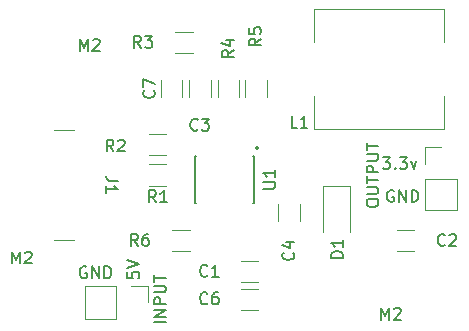
<source format=gbr>
%TF.GenerationSoftware,KiCad,Pcbnew,9.0.4*%
%TF.CreationDate,2025-10-19T21:38:03+02:00*%
%TF.ProjectId,3v-switching-voltage-regulator,33762d73-7769-4746-9368-696e672d766f,rev?*%
%TF.SameCoordinates,Original*%
%TF.FileFunction,Legend,Top*%
%TF.FilePolarity,Positive*%
%FSLAX46Y46*%
G04 Gerber Fmt 4.6, Leading zero omitted, Abs format (unit mm)*
G04 Created by KiCad (PCBNEW 9.0.4) date 2025-10-19 21:38:03*
%MOMM*%
%LPD*%
G01*
G04 APERTURE LIST*
%ADD10C,0.150000*%
%ADD11C,0.120000*%
%ADD12C,0.127000*%
%ADD13C,0.200000*%
G04 APERTURE END LIST*
D10*
X112821429Y-49454819D02*
X113440476Y-49454819D01*
X113440476Y-49454819D02*
X113107143Y-49835771D01*
X113107143Y-49835771D02*
X113250000Y-49835771D01*
X113250000Y-49835771D02*
X113345238Y-49883390D01*
X113345238Y-49883390D02*
X113392857Y-49931009D01*
X113392857Y-49931009D02*
X113440476Y-50026247D01*
X113440476Y-50026247D02*
X113440476Y-50264342D01*
X113440476Y-50264342D02*
X113392857Y-50359580D01*
X113392857Y-50359580D02*
X113345238Y-50407200D01*
X113345238Y-50407200D02*
X113250000Y-50454819D01*
X113250000Y-50454819D02*
X112964286Y-50454819D01*
X112964286Y-50454819D02*
X112869048Y-50407200D01*
X112869048Y-50407200D02*
X112821429Y-50359580D01*
X113869048Y-50359580D02*
X113916667Y-50407200D01*
X113916667Y-50407200D02*
X113869048Y-50454819D01*
X113869048Y-50454819D02*
X113821429Y-50407200D01*
X113821429Y-50407200D02*
X113869048Y-50359580D01*
X113869048Y-50359580D02*
X113869048Y-50454819D01*
X114250000Y-49454819D02*
X114869047Y-49454819D01*
X114869047Y-49454819D02*
X114535714Y-49835771D01*
X114535714Y-49835771D02*
X114678571Y-49835771D01*
X114678571Y-49835771D02*
X114773809Y-49883390D01*
X114773809Y-49883390D02*
X114821428Y-49931009D01*
X114821428Y-49931009D02*
X114869047Y-50026247D01*
X114869047Y-50026247D02*
X114869047Y-50264342D01*
X114869047Y-50264342D02*
X114821428Y-50359580D01*
X114821428Y-50359580D02*
X114773809Y-50407200D01*
X114773809Y-50407200D02*
X114678571Y-50454819D01*
X114678571Y-50454819D02*
X114392857Y-50454819D01*
X114392857Y-50454819D02*
X114297619Y-50407200D01*
X114297619Y-50407200D02*
X114250000Y-50359580D01*
X115202381Y-49788152D02*
X115440476Y-50454819D01*
X115440476Y-50454819D02*
X115678571Y-49788152D01*
X91204819Y-59190476D02*
X91204819Y-59666666D01*
X91204819Y-59666666D02*
X91681009Y-59714285D01*
X91681009Y-59714285D02*
X91633390Y-59666666D01*
X91633390Y-59666666D02*
X91585771Y-59571428D01*
X91585771Y-59571428D02*
X91585771Y-59333333D01*
X91585771Y-59333333D02*
X91633390Y-59238095D01*
X91633390Y-59238095D02*
X91681009Y-59190476D01*
X91681009Y-59190476D02*
X91776247Y-59142857D01*
X91776247Y-59142857D02*
X92014342Y-59142857D01*
X92014342Y-59142857D02*
X92109580Y-59190476D01*
X92109580Y-59190476D02*
X92157200Y-59238095D01*
X92157200Y-59238095D02*
X92204819Y-59333333D01*
X92204819Y-59333333D02*
X92204819Y-59571428D01*
X92204819Y-59571428D02*
X92157200Y-59666666D01*
X92157200Y-59666666D02*
X92109580Y-59714285D01*
X91204819Y-58857142D02*
X92204819Y-58523809D01*
X92204819Y-58523809D02*
X91204819Y-58190476D01*
X111454819Y-53404761D02*
X111454819Y-53214285D01*
X111454819Y-53214285D02*
X111502438Y-53119047D01*
X111502438Y-53119047D02*
X111597676Y-53023809D01*
X111597676Y-53023809D02*
X111788152Y-52976190D01*
X111788152Y-52976190D02*
X112121485Y-52976190D01*
X112121485Y-52976190D02*
X112311961Y-53023809D01*
X112311961Y-53023809D02*
X112407200Y-53119047D01*
X112407200Y-53119047D02*
X112454819Y-53214285D01*
X112454819Y-53214285D02*
X112454819Y-53404761D01*
X112454819Y-53404761D02*
X112407200Y-53499999D01*
X112407200Y-53499999D02*
X112311961Y-53595237D01*
X112311961Y-53595237D02*
X112121485Y-53642856D01*
X112121485Y-53642856D02*
X111788152Y-53642856D01*
X111788152Y-53642856D02*
X111597676Y-53595237D01*
X111597676Y-53595237D02*
X111502438Y-53499999D01*
X111502438Y-53499999D02*
X111454819Y-53404761D01*
X111454819Y-52547618D02*
X112264342Y-52547618D01*
X112264342Y-52547618D02*
X112359580Y-52499999D01*
X112359580Y-52499999D02*
X112407200Y-52452380D01*
X112407200Y-52452380D02*
X112454819Y-52357142D01*
X112454819Y-52357142D02*
X112454819Y-52166666D01*
X112454819Y-52166666D02*
X112407200Y-52071428D01*
X112407200Y-52071428D02*
X112359580Y-52023809D01*
X112359580Y-52023809D02*
X112264342Y-51976190D01*
X112264342Y-51976190D02*
X111454819Y-51976190D01*
X111454819Y-51642856D02*
X111454819Y-51071428D01*
X112454819Y-51357142D02*
X111454819Y-51357142D01*
X112454819Y-50738094D02*
X111454819Y-50738094D01*
X111454819Y-50738094D02*
X111454819Y-50357142D01*
X111454819Y-50357142D02*
X111502438Y-50261904D01*
X111502438Y-50261904D02*
X111550057Y-50214285D01*
X111550057Y-50214285D02*
X111645295Y-50166666D01*
X111645295Y-50166666D02*
X111788152Y-50166666D01*
X111788152Y-50166666D02*
X111883390Y-50214285D01*
X111883390Y-50214285D02*
X111931009Y-50261904D01*
X111931009Y-50261904D02*
X111978628Y-50357142D01*
X111978628Y-50357142D02*
X111978628Y-50738094D01*
X111454819Y-49738094D02*
X112264342Y-49738094D01*
X112264342Y-49738094D02*
X112359580Y-49690475D01*
X112359580Y-49690475D02*
X112407200Y-49642856D01*
X112407200Y-49642856D02*
X112454819Y-49547618D01*
X112454819Y-49547618D02*
X112454819Y-49357142D01*
X112454819Y-49357142D02*
X112407200Y-49261904D01*
X112407200Y-49261904D02*
X112359580Y-49214285D01*
X112359580Y-49214285D02*
X112264342Y-49166666D01*
X112264342Y-49166666D02*
X111454819Y-49166666D01*
X111454819Y-48833332D02*
X111454819Y-48261904D01*
X112454819Y-48547618D02*
X111454819Y-48547618D01*
X87738095Y-58752438D02*
X87642857Y-58704819D01*
X87642857Y-58704819D02*
X87500000Y-58704819D01*
X87500000Y-58704819D02*
X87357143Y-58752438D01*
X87357143Y-58752438D02*
X87261905Y-58847676D01*
X87261905Y-58847676D02*
X87214286Y-58942914D01*
X87214286Y-58942914D02*
X87166667Y-59133390D01*
X87166667Y-59133390D02*
X87166667Y-59276247D01*
X87166667Y-59276247D02*
X87214286Y-59466723D01*
X87214286Y-59466723D02*
X87261905Y-59561961D01*
X87261905Y-59561961D02*
X87357143Y-59657200D01*
X87357143Y-59657200D02*
X87500000Y-59704819D01*
X87500000Y-59704819D02*
X87595238Y-59704819D01*
X87595238Y-59704819D02*
X87738095Y-59657200D01*
X87738095Y-59657200D02*
X87785714Y-59609580D01*
X87785714Y-59609580D02*
X87785714Y-59276247D01*
X87785714Y-59276247D02*
X87595238Y-59276247D01*
X88214286Y-59704819D02*
X88214286Y-58704819D01*
X88214286Y-58704819D02*
X88785714Y-59704819D01*
X88785714Y-59704819D02*
X88785714Y-58704819D01*
X89261905Y-59704819D02*
X89261905Y-58704819D01*
X89261905Y-58704819D02*
X89500000Y-58704819D01*
X89500000Y-58704819D02*
X89642857Y-58752438D01*
X89642857Y-58752438D02*
X89738095Y-58847676D01*
X89738095Y-58847676D02*
X89785714Y-58942914D01*
X89785714Y-58942914D02*
X89833333Y-59133390D01*
X89833333Y-59133390D02*
X89833333Y-59276247D01*
X89833333Y-59276247D02*
X89785714Y-59466723D01*
X89785714Y-59466723D02*
X89738095Y-59561961D01*
X89738095Y-59561961D02*
X89642857Y-59657200D01*
X89642857Y-59657200D02*
X89500000Y-59704819D01*
X89500000Y-59704819D02*
X89261905Y-59704819D01*
X113738095Y-52292438D02*
X113642857Y-52244819D01*
X113642857Y-52244819D02*
X113500000Y-52244819D01*
X113500000Y-52244819D02*
X113357143Y-52292438D01*
X113357143Y-52292438D02*
X113261905Y-52387676D01*
X113261905Y-52387676D02*
X113214286Y-52482914D01*
X113214286Y-52482914D02*
X113166667Y-52673390D01*
X113166667Y-52673390D02*
X113166667Y-52816247D01*
X113166667Y-52816247D02*
X113214286Y-53006723D01*
X113214286Y-53006723D02*
X113261905Y-53101961D01*
X113261905Y-53101961D02*
X113357143Y-53197200D01*
X113357143Y-53197200D02*
X113500000Y-53244819D01*
X113500000Y-53244819D02*
X113595238Y-53244819D01*
X113595238Y-53244819D02*
X113738095Y-53197200D01*
X113738095Y-53197200D02*
X113785714Y-53149580D01*
X113785714Y-53149580D02*
X113785714Y-52816247D01*
X113785714Y-52816247D02*
X113595238Y-52816247D01*
X114214286Y-53244819D02*
X114214286Y-52244819D01*
X114214286Y-52244819D02*
X114785714Y-53244819D01*
X114785714Y-53244819D02*
X114785714Y-52244819D01*
X115261905Y-53244819D02*
X115261905Y-52244819D01*
X115261905Y-52244819D02*
X115500000Y-52244819D01*
X115500000Y-52244819D02*
X115642857Y-52292438D01*
X115642857Y-52292438D02*
X115738095Y-52387676D01*
X115738095Y-52387676D02*
X115785714Y-52482914D01*
X115785714Y-52482914D02*
X115833333Y-52673390D01*
X115833333Y-52673390D02*
X115833333Y-52816247D01*
X115833333Y-52816247D02*
X115785714Y-53006723D01*
X115785714Y-53006723D02*
X115738095Y-53101961D01*
X115738095Y-53101961D02*
X115642857Y-53197200D01*
X115642857Y-53197200D02*
X115500000Y-53244819D01*
X115500000Y-53244819D02*
X115261905Y-53244819D01*
X93450580Y-43803866D02*
X93498200Y-43851485D01*
X93498200Y-43851485D02*
X93545819Y-43994342D01*
X93545819Y-43994342D02*
X93545819Y-44089580D01*
X93545819Y-44089580D02*
X93498200Y-44232437D01*
X93498200Y-44232437D02*
X93402961Y-44327675D01*
X93402961Y-44327675D02*
X93307723Y-44375294D01*
X93307723Y-44375294D02*
X93117247Y-44422913D01*
X93117247Y-44422913D02*
X92974390Y-44422913D01*
X92974390Y-44422913D02*
X92783914Y-44375294D01*
X92783914Y-44375294D02*
X92688676Y-44327675D01*
X92688676Y-44327675D02*
X92593438Y-44232437D01*
X92593438Y-44232437D02*
X92545819Y-44089580D01*
X92545819Y-44089580D02*
X92545819Y-43994342D01*
X92545819Y-43994342D02*
X92593438Y-43851485D01*
X92593438Y-43851485D02*
X92641057Y-43803866D01*
X92545819Y-43470532D02*
X92545819Y-42803866D01*
X92545819Y-42803866D02*
X93545819Y-43232437D01*
X87190476Y-40454819D02*
X87190476Y-39454819D01*
X87190476Y-39454819D02*
X87523809Y-40169104D01*
X87523809Y-40169104D02*
X87857142Y-39454819D01*
X87857142Y-39454819D02*
X87857142Y-40454819D01*
X88285714Y-39550057D02*
X88333333Y-39502438D01*
X88333333Y-39502438D02*
X88428571Y-39454819D01*
X88428571Y-39454819D02*
X88666666Y-39454819D01*
X88666666Y-39454819D02*
X88761904Y-39502438D01*
X88761904Y-39502438D02*
X88809523Y-39550057D01*
X88809523Y-39550057D02*
X88857142Y-39645295D01*
X88857142Y-39645295D02*
X88857142Y-39740533D01*
X88857142Y-39740533D02*
X88809523Y-39883390D01*
X88809523Y-39883390D02*
X88238095Y-40454819D01*
X88238095Y-40454819D02*
X88857142Y-40454819D01*
X97980133Y-61808780D02*
X97932514Y-61856400D01*
X97932514Y-61856400D02*
X97789657Y-61904019D01*
X97789657Y-61904019D02*
X97694419Y-61904019D01*
X97694419Y-61904019D02*
X97551562Y-61856400D01*
X97551562Y-61856400D02*
X97456324Y-61761161D01*
X97456324Y-61761161D02*
X97408705Y-61665923D01*
X97408705Y-61665923D02*
X97361086Y-61475447D01*
X97361086Y-61475447D02*
X97361086Y-61332590D01*
X97361086Y-61332590D02*
X97408705Y-61142114D01*
X97408705Y-61142114D02*
X97456324Y-61046876D01*
X97456324Y-61046876D02*
X97551562Y-60951638D01*
X97551562Y-60951638D02*
X97694419Y-60904019D01*
X97694419Y-60904019D02*
X97789657Y-60904019D01*
X97789657Y-60904019D02*
X97932514Y-60951638D01*
X97932514Y-60951638D02*
X97980133Y-60999257D01*
X98837276Y-60904019D02*
X98646800Y-60904019D01*
X98646800Y-60904019D02*
X98551562Y-60951638D01*
X98551562Y-60951638D02*
X98503943Y-60999257D01*
X98503943Y-60999257D02*
X98408705Y-61142114D01*
X98408705Y-61142114D02*
X98361086Y-61332590D01*
X98361086Y-61332590D02*
X98361086Y-61713542D01*
X98361086Y-61713542D02*
X98408705Y-61808780D01*
X98408705Y-61808780D02*
X98456324Y-61856400D01*
X98456324Y-61856400D02*
X98551562Y-61904019D01*
X98551562Y-61904019D02*
X98742038Y-61904019D01*
X98742038Y-61904019D02*
X98837276Y-61856400D01*
X98837276Y-61856400D02*
X98884895Y-61808780D01*
X98884895Y-61808780D02*
X98932514Y-61713542D01*
X98932514Y-61713542D02*
X98932514Y-61475447D01*
X98932514Y-61475447D02*
X98884895Y-61380209D01*
X98884895Y-61380209D02*
X98837276Y-61332590D01*
X98837276Y-61332590D02*
X98742038Y-61284971D01*
X98742038Y-61284971D02*
X98551562Y-61284971D01*
X98551562Y-61284971D02*
X98456324Y-61332590D01*
X98456324Y-61332590D02*
X98408705Y-61380209D01*
X98408705Y-61380209D02*
X98361086Y-61475447D01*
X100204819Y-40416666D02*
X99728628Y-40749999D01*
X100204819Y-40988094D02*
X99204819Y-40988094D01*
X99204819Y-40988094D02*
X99204819Y-40607142D01*
X99204819Y-40607142D02*
X99252438Y-40511904D01*
X99252438Y-40511904D02*
X99300057Y-40464285D01*
X99300057Y-40464285D02*
X99395295Y-40416666D01*
X99395295Y-40416666D02*
X99538152Y-40416666D01*
X99538152Y-40416666D02*
X99633390Y-40464285D01*
X99633390Y-40464285D02*
X99681009Y-40511904D01*
X99681009Y-40511904D02*
X99728628Y-40607142D01*
X99728628Y-40607142D02*
X99728628Y-40988094D01*
X99538152Y-39559523D02*
X100204819Y-39559523D01*
X99157200Y-39797618D02*
X99871485Y-40035713D01*
X99871485Y-40035713D02*
X99871485Y-39416666D01*
X93610133Y-53262619D02*
X93276800Y-52786428D01*
X93038705Y-53262619D02*
X93038705Y-52262619D01*
X93038705Y-52262619D02*
X93419657Y-52262619D01*
X93419657Y-52262619D02*
X93514895Y-52310238D01*
X93514895Y-52310238D02*
X93562514Y-52357857D01*
X93562514Y-52357857D02*
X93610133Y-52453095D01*
X93610133Y-52453095D02*
X93610133Y-52595952D01*
X93610133Y-52595952D02*
X93562514Y-52691190D01*
X93562514Y-52691190D02*
X93514895Y-52738809D01*
X93514895Y-52738809D02*
X93419657Y-52786428D01*
X93419657Y-52786428D02*
X93038705Y-52786428D01*
X94562514Y-53262619D02*
X93991086Y-53262619D01*
X94276800Y-53262619D02*
X94276800Y-52262619D01*
X94276800Y-52262619D02*
X94181562Y-52405476D01*
X94181562Y-52405476D02*
X94086324Y-52500714D01*
X94086324Y-52500714D02*
X93991086Y-52548333D01*
X90028733Y-48968819D02*
X89695400Y-48492628D01*
X89457305Y-48968819D02*
X89457305Y-47968819D01*
X89457305Y-47968819D02*
X89838257Y-47968819D01*
X89838257Y-47968819D02*
X89933495Y-48016438D01*
X89933495Y-48016438D02*
X89981114Y-48064057D01*
X89981114Y-48064057D02*
X90028733Y-48159295D01*
X90028733Y-48159295D02*
X90028733Y-48302152D01*
X90028733Y-48302152D02*
X89981114Y-48397390D01*
X89981114Y-48397390D02*
X89933495Y-48445009D01*
X89933495Y-48445009D02*
X89838257Y-48492628D01*
X89838257Y-48492628D02*
X89457305Y-48492628D01*
X90409686Y-48064057D02*
X90457305Y-48016438D01*
X90457305Y-48016438D02*
X90552543Y-47968819D01*
X90552543Y-47968819D02*
X90790638Y-47968819D01*
X90790638Y-47968819D02*
X90885876Y-48016438D01*
X90885876Y-48016438D02*
X90933495Y-48064057D01*
X90933495Y-48064057D02*
X90981114Y-48159295D01*
X90981114Y-48159295D02*
X90981114Y-48254533D01*
X90981114Y-48254533D02*
X90933495Y-48397390D01*
X90933495Y-48397390D02*
X90362067Y-48968819D01*
X90362067Y-48968819D02*
X90981114Y-48968819D01*
X102512019Y-39416666D02*
X102035828Y-39749999D01*
X102512019Y-39988094D02*
X101512019Y-39988094D01*
X101512019Y-39988094D02*
X101512019Y-39607142D01*
X101512019Y-39607142D02*
X101559638Y-39511904D01*
X101559638Y-39511904D02*
X101607257Y-39464285D01*
X101607257Y-39464285D02*
X101702495Y-39416666D01*
X101702495Y-39416666D02*
X101845352Y-39416666D01*
X101845352Y-39416666D02*
X101940590Y-39464285D01*
X101940590Y-39464285D02*
X101988209Y-39511904D01*
X101988209Y-39511904D02*
X102035828Y-39607142D01*
X102035828Y-39607142D02*
X102035828Y-39988094D01*
X101512019Y-38511904D02*
X101512019Y-38988094D01*
X101512019Y-38988094D02*
X101988209Y-39035713D01*
X101988209Y-39035713D02*
X101940590Y-38988094D01*
X101940590Y-38988094D02*
X101892971Y-38892856D01*
X101892971Y-38892856D02*
X101892971Y-38654761D01*
X101892971Y-38654761D02*
X101940590Y-38559523D01*
X101940590Y-38559523D02*
X101988209Y-38511904D01*
X101988209Y-38511904D02*
X102083447Y-38464285D01*
X102083447Y-38464285D02*
X102321542Y-38464285D01*
X102321542Y-38464285D02*
X102416780Y-38511904D01*
X102416780Y-38511904D02*
X102464400Y-38559523D01*
X102464400Y-38559523D02*
X102512019Y-38654761D01*
X102512019Y-38654761D02*
X102512019Y-38892856D01*
X102512019Y-38892856D02*
X102464400Y-38988094D01*
X102464400Y-38988094D02*
X102416780Y-39035713D01*
X105236180Y-57525266D02*
X105283800Y-57572885D01*
X105283800Y-57572885D02*
X105331419Y-57715742D01*
X105331419Y-57715742D02*
X105331419Y-57810980D01*
X105331419Y-57810980D02*
X105283800Y-57953837D01*
X105283800Y-57953837D02*
X105188561Y-58049075D01*
X105188561Y-58049075D02*
X105093323Y-58096694D01*
X105093323Y-58096694D02*
X104902847Y-58144313D01*
X104902847Y-58144313D02*
X104759990Y-58144313D01*
X104759990Y-58144313D02*
X104569514Y-58096694D01*
X104569514Y-58096694D02*
X104474276Y-58049075D01*
X104474276Y-58049075D02*
X104379038Y-57953837D01*
X104379038Y-57953837D02*
X104331419Y-57810980D01*
X104331419Y-57810980D02*
X104331419Y-57715742D01*
X104331419Y-57715742D02*
X104379038Y-57572885D01*
X104379038Y-57572885D02*
X104426657Y-57525266D01*
X104664752Y-56668123D02*
X105331419Y-56668123D01*
X104283800Y-56906218D02*
X104998085Y-57144313D01*
X104998085Y-57144313D02*
X104998085Y-56525266D01*
X92353533Y-40179419D02*
X92020200Y-39703228D01*
X91782105Y-40179419D02*
X91782105Y-39179419D01*
X91782105Y-39179419D02*
X92163057Y-39179419D01*
X92163057Y-39179419D02*
X92258295Y-39227038D01*
X92258295Y-39227038D02*
X92305914Y-39274657D01*
X92305914Y-39274657D02*
X92353533Y-39369895D01*
X92353533Y-39369895D02*
X92353533Y-39512752D01*
X92353533Y-39512752D02*
X92305914Y-39607990D01*
X92305914Y-39607990D02*
X92258295Y-39655609D01*
X92258295Y-39655609D02*
X92163057Y-39703228D01*
X92163057Y-39703228D02*
X91782105Y-39703228D01*
X92686867Y-39179419D02*
X93305914Y-39179419D01*
X93305914Y-39179419D02*
X92972581Y-39560371D01*
X92972581Y-39560371D02*
X93115438Y-39560371D01*
X93115438Y-39560371D02*
X93210676Y-39607990D01*
X93210676Y-39607990D02*
X93258295Y-39655609D01*
X93258295Y-39655609D02*
X93305914Y-39750847D01*
X93305914Y-39750847D02*
X93305914Y-39988942D01*
X93305914Y-39988942D02*
X93258295Y-40084180D01*
X93258295Y-40084180D02*
X93210676Y-40131800D01*
X93210676Y-40131800D02*
X93115438Y-40179419D01*
X93115438Y-40179419D02*
X92829724Y-40179419D01*
X92829724Y-40179419D02*
X92734486Y-40131800D01*
X92734486Y-40131800D02*
X92686867Y-40084180D01*
X81440476Y-58454819D02*
X81440476Y-57454819D01*
X81440476Y-57454819D02*
X81773809Y-58169104D01*
X81773809Y-58169104D02*
X82107142Y-57454819D01*
X82107142Y-57454819D02*
X82107142Y-58454819D01*
X82535714Y-57550057D02*
X82583333Y-57502438D01*
X82583333Y-57502438D02*
X82678571Y-57454819D01*
X82678571Y-57454819D02*
X82916666Y-57454819D01*
X82916666Y-57454819D02*
X83011904Y-57502438D01*
X83011904Y-57502438D02*
X83059523Y-57550057D01*
X83059523Y-57550057D02*
X83107142Y-57645295D01*
X83107142Y-57645295D02*
X83107142Y-57740533D01*
X83107142Y-57740533D02*
X83059523Y-57883390D01*
X83059523Y-57883390D02*
X82488095Y-58454819D01*
X82488095Y-58454819D02*
X83107142Y-58454819D01*
X112690476Y-63204819D02*
X112690476Y-62204819D01*
X112690476Y-62204819D02*
X113023809Y-62919104D01*
X113023809Y-62919104D02*
X113357142Y-62204819D01*
X113357142Y-62204819D02*
X113357142Y-63204819D01*
X113785714Y-62300057D02*
X113833333Y-62252438D01*
X113833333Y-62252438D02*
X113928571Y-62204819D01*
X113928571Y-62204819D02*
X114166666Y-62204819D01*
X114166666Y-62204819D02*
X114261904Y-62252438D01*
X114261904Y-62252438D02*
X114309523Y-62300057D01*
X114309523Y-62300057D02*
X114357142Y-62395295D01*
X114357142Y-62395295D02*
X114357142Y-62490533D01*
X114357142Y-62490533D02*
X114309523Y-62633390D01*
X114309523Y-62633390D02*
X113738095Y-63204819D01*
X113738095Y-63204819D02*
X114357142Y-63204819D01*
X92083333Y-56954819D02*
X91750000Y-56478628D01*
X91511905Y-56954819D02*
X91511905Y-55954819D01*
X91511905Y-55954819D02*
X91892857Y-55954819D01*
X91892857Y-55954819D02*
X91988095Y-56002438D01*
X91988095Y-56002438D02*
X92035714Y-56050057D01*
X92035714Y-56050057D02*
X92083333Y-56145295D01*
X92083333Y-56145295D02*
X92083333Y-56288152D01*
X92083333Y-56288152D02*
X92035714Y-56383390D01*
X92035714Y-56383390D02*
X91988095Y-56431009D01*
X91988095Y-56431009D02*
X91892857Y-56478628D01*
X91892857Y-56478628D02*
X91511905Y-56478628D01*
X92940476Y-55954819D02*
X92750000Y-55954819D01*
X92750000Y-55954819D02*
X92654762Y-56002438D01*
X92654762Y-56002438D02*
X92607143Y-56050057D01*
X92607143Y-56050057D02*
X92511905Y-56192914D01*
X92511905Y-56192914D02*
X92464286Y-56383390D01*
X92464286Y-56383390D02*
X92464286Y-56764342D01*
X92464286Y-56764342D02*
X92511905Y-56859580D01*
X92511905Y-56859580D02*
X92559524Y-56907200D01*
X92559524Y-56907200D02*
X92654762Y-56954819D01*
X92654762Y-56954819D02*
X92845238Y-56954819D01*
X92845238Y-56954819D02*
X92940476Y-56907200D01*
X92940476Y-56907200D02*
X92988095Y-56859580D01*
X92988095Y-56859580D02*
X93035714Y-56764342D01*
X93035714Y-56764342D02*
X93035714Y-56526247D01*
X93035714Y-56526247D02*
X92988095Y-56431009D01*
X92988095Y-56431009D02*
X92940476Y-56383390D01*
X92940476Y-56383390D02*
X92845238Y-56335771D01*
X92845238Y-56335771D02*
X92654762Y-56335771D01*
X92654762Y-56335771D02*
X92559524Y-56383390D01*
X92559524Y-56383390D02*
X92511905Y-56431009D01*
X92511905Y-56431009D02*
X92464286Y-56526247D01*
X118083333Y-56859580D02*
X118035714Y-56907200D01*
X118035714Y-56907200D02*
X117892857Y-56954819D01*
X117892857Y-56954819D02*
X117797619Y-56954819D01*
X117797619Y-56954819D02*
X117654762Y-56907200D01*
X117654762Y-56907200D02*
X117559524Y-56811961D01*
X117559524Y-56811961D02*
X117511905Y-56716723D01*
X117511905Y-56716723D02*
X117464286Y-56526247D01*
X117464286Y-56526247D02*
X117464286Y-56383390D01*
X117464286Y-56383390D02*
X117511905Y-56192914D01*
X117511905Y-56192914D02*
X117559524Y-56097676D01*
X117559524Y-56097676D02*
X117654762Y-56002438D01*
X117654762Y-56002438D02*
X117797619Y-55954819D01*
X117797619Y-55954819D02*
X117892857Y-55954819D01*
X117892857Y-55954819D02*
X118035714Y-56002438D01*
X118035714Y-56002438D02*
X118083333Y-56050057D01*
X118464286Y-56050057D02*
X118511905Y-56002438D01*
X118511905Y-56002438D02*
X118607143Y-55954819D01*
X118607143Y-55954819D02*
X118845238Y-55954819D01*
X118845238Y-55954819D02*
X118940476Y-56002438D01*
X118940476Y-56002438D02*
X118988095Y-56050057D01*
X118988095Y-56050057D02*
X119035714Y-56145295D01*
X119035714Y-56145295D02*
X119035714Y-56240533D01*
X119035714Y-56240533D02*
X118988095Y-56383390D01*
X118988095Y-56383390D02*
X118416667Y-56954819D01*
X118416667Y-56954819D02*
X119035714Y-56954819D01*
X97980133Y-59471980D02*
X97932514Y-59519600D01*
X97932514Y-59519600D02*
X97789657Y-59567219D01*
X97789657Y-59567219D02*
X97694419Y-59567219D01*
X97694419Y-59567219D02*
X97551562Y-59519600D01*
X97551562Y-59519600D02*
X97456324Y-59424361D01*
X97456324Y-59424361D02*
X97408705Y-59329123D01*
X97408705Y-59329123D02*
X97361086Y-59138647D01*
X97361086Y-59138647D02*
X97361086Y-58995790D01*
X97361086Y-58995790D02*
X97408705Y-58805314D01*
X97408705Y-58805314D02*
X97456324Y-58710076D01*
X97456324Y-58710076D02*
X97551562Y-58614838D01*
X97551562Y-58614838D02*
X97694419Y-58567219D01*
X97694419Y-58567219D02*
X97789657Y-58567219D01*
X97789657Y-58567219D02*
X97932514Y-58614838D01*
X97932514Y-58614838D02*
X97980133Y-58662457D01*
X98932514Y-59567219D02*
X98361086Y-59567219D01*
X98646800Y-59567219D02*
X98646800Y-58567219D01*
X98646800Y-58567219D02*
X98551562Y-58710076D01*
X98551562Y-58710076D02*
X98456324Y-58805314D01*
X98456324Y-58805314D02*
X98361086Y-58852933D01*
X90395180Y-51455266D02*
X89680895Y-51455266D01*
X89680895Y-51455266D02*
X89538038Y-51407647D01*
X89538038Y-51407647D02*
X89442800Y-51312409D01*
X89442800Y-51312409D02*
X89395180Y-51169552D01*
X89395180Y-51169552D02*
X89395180Y-51074314D01*
X89395180Y-52455266D02*
X89395180Y-51883838D01*
X89395180Y-52169552D02*
X90395180Y-52169552D01*
X90395180Y-52169552D02*
X90252323Y-52074314D01*
X90252323Y-52074314D02*
X90157085Y-51979076D01*
X90157085Y-51979076D02*
X90109466Y-51883838D01*
X94454819Y-63428570D02*
X93454819Y-63428570D01*
X94454819Y-62952380D02*
X93454819Y-62952380D01*
X93454819Y-62952380D02*
X94454819Y-62380952D01*
X94454819Y-62380952D02*
X93454819Y-62380952D01*
X94454819Y-61904761D02*
X93454819Y-61904761D01*
X93454819Y-61904761D02*
X93454819Y-61523809D01*
X93454819Y-61523809D02*
X93502438Y-61428571D01*
X93502438Y-61428571D02*
X93550057Y-61380952D01*
X93550057Y-61380952D02*
X93645295Y-61333333D01*
X93645295Y-61333333D02*
X93788152Y-61333333D01*
X93788152Y-61333333D02*
X93883390Y-61380952D01*
X93883390Y-61380952D02*
X93931009Y-61428571D01*
X93931009Y-61428571D02*
X93978628Y-61523809D01*
X93978628Y-61523809D02*
X93978628Y-61904761D01*
X93454819Y-60904761D02*
X94264342Y-60904761D01*
X94264342Y-60904761D02*
X94359580Y-60857142D01*
X94359580Y-60857142D02*
X94407200Y-60809523D01*
X94407200Y-60809523D02*
X94454819Y-60714285D01*
X94454819Y-60714285D02*
X94454819Y-60523809D01*
X94454819Y-60523809D02*
X94407200Y-60428571D01*
X94407200Y-60428571D02*
X94359580Y-60380952D01*
X94359580Y-60380952D02*
X94264342Y-60333333D01*
X94264342Y-60333333D02*
X93454819Y-60333333D01*
X93454819Y-59999999D02*
X93454819Y-59428571D01*
X94454819Y-59714285D02*
X93454819Y-59714285D01*
X105583333Y-46954819D02*
X105107143Y-46954819D01*
X105107143Y-46954819D02*
X105107143Y-45954819D01*
X106440476Y-46954819D02*
X105869048Y-46954819D01*
X106154762Y-46954819D02*
X106154762Y-45954819D01*
X106154762Y-45954819D02*
X106059524Y-46097676D01*
X106059524Y-46097676D02*
X105964286Y-46192914D01*
X105964286Y-46192914D02*
X105869048Y-46240533D01*
X109454819Y-57988094D02*
X108454819Y-57988094D01*
X108454819Y-57988094D02*
X108454819Y-57749999D01*
X108454819Y-57749999D02*
X108502438Y-57607142D01*
X108502438Y-57607142D02*
X108597676Y-57511904D01*
X108597676Y-57511904D02*
X108692914Y-57464285D01*
X108692914Y-57464285D02*
X108883390Y-57416666D01*
X108883390Y-57416666D02*
X109026247Y-57416666D01*
X109026247Y-57416666D02*
X109216723Y-57464285D01*
X109216723Y-57464285D02*
X109311961Y-57511904D01*
X109311961Y-57511904D02*
X109407200Y-57607142D01*
X109407200Y-57607142D02*
X109454819Y-57749999D01*
X109454819Y-57749999D02*
X109454819Y-57988094D01*
X109454819Y-56464285D02*
X109454819Y-57035713D01*
X109454819Y-56749999D02*
X108454819Y-56749999D01*
X108454819Y-56749999D02*
X108597676Y-56845237D01*
X108597676Y-56845237D02*
X108692914Y-56940475D01*
X108692914Y-56940475D02*
X108740533Y-57035713D01*
X97166133Y-47109580D02*
X97118514Y-47157200D01*
X97118514Y-47157200D02*
X96975657Y-47204819D01*
X96975657Y-47204819D02*
X96880419Y-47204819D01*
X96880419Y-47204819D02*
X96737562Y-47157200D01*
X96737562Y-47157200D02*
X96642324Y-47061961D01*
X96642324Y-47061961D02*
X96594705Y-46966723D01*
X96594705Y-46966723D02*
X96547086Y-46776247D01*
X96547086Y-46776247D02*
X96547086Y-46633390D01*
X96547086Y-46633390D02*
X96594705Y-46442914D01*
X96594705Y-46442914D02*
X96642324Y-46347676D01*
X96642324Y-46347676D02*
X96737562Y-46252438D01*
X96737562Y-46252438D02*
X96880419Y-46204819D01*
X96880419Y-46204819D02*
X96975657Y-46204819D01*
X96975657Y-46204819D02*
X97118514Y-46252438D01*
X97118514Y-46252438D02*
X97166133Y-46300057D01*
X97499467Y-46204819D02*
X98118514Y-46204819D01*
X98118514Y-46204819D02*
X97785181Y-46585771D01*
X97785181Y-46585771D02*
X97928038Y-46585771D01*
X97928038Y-46585771D02*
X98023276Y-46633390D01*
X98023276Y-46633390D02*
X98070895Y-46681009D01*
X98070895Y-46681009D02*
X98118514Y-46776247D01*
X98118514Y-46776247D02*
X98118514Y-47014342D01*
X98118514Y-47014342D02*
X98070895Y-47109580D01*
X98070895Y-47109580D02*
X98023276Y-47157200D01*
X98023276Y-47157200D02*
X97928038Y-47204819D01*
X97928038Y-47204819D02*
X97642324Y-47204819D01*
X97642324Y-47204819D02*
X97547086Y-47157200D01*
X97547086Y-47157200D02*
X97499467Y-47109580D01*
X102719096Y-52112620D02*
X103531909Y-52112620D01*
X103531909Y-52112620D02*
X103627534Y-52064807D01*
X103627534Y-52064807D02*
X103675347Y-52016995D01*
X103675347Y-52016995D02*
X103723159Y-51921370D01*
X103723159Y-51921370D02*
X103723159Y-51730120D01*
X103723159Y-51730120D02*
X103675347Y-51634495D01*
X103675347Y-51634495D02*
X103627534Y-51586682D01*
X103627534Y-51586682D02*
X103531909Y-51538870D01*
X103531909Y-51538870D02*
X102719096Y-51538870D01*
X103723159Y-50534806D02*
X103723159Y-51108556D01*
X103723159Y-50821681D02*
X102719096Y-50821681D01*
X102719096Y-50821681D02*
X102862534Y-50917306D01*
X102862534Y-50917306D02*
X102958159Y-51012931D01*
X102958159Y-51012931D02*
X103005971Y-51108556D01*
D11*
%TO.C,C7*%
X94009800Y-44348452D02*
X94009800Y-42925948D01*
X95829800Y-44348452D02*
X95829800Y-42925948D01*
%TO.C,C6*%
X100813748Y-60590000D02*
X102236252Y-60590000D01*
X100813748Y-62410000D02*
X102236252Y-62410000D01*
%TO.C,R4*%
X98861200Y-44364264D02*
X98861200Y-42910136D01*
X100681200Y-44364264D02*
X100681200Y-42910136D01*
%TO.C,R1*%
X94503864Y-50067800D02*
X93049736Y-50067800D01*
X94503864Y-51887800D02*
X93049736Y-51887800D01*
%TO.C,R2*%
X93024336Y-47451600D02*
X94478464Y-47451600D01*
X93024336Y-49271600D02*
X94478464Y-49271600D01*
%TO.C,R5*%
X101172600Y-42910136D02*
X101172600Y-44364264D01*
X102992600Y-42910136D02*
X102992600Y-44364264D01*
%TO.C,C4*%
X103966600Y-54844052D02*
X103966600Y-53421548D01*
X105786600Y-54844052D02*
X105786600Y-53421548D01*
%TO.C,R3*%
X96727064Y-38840000D02*
X95272936Y-38840000D01*
X96727064Y-40660000D02*
X95272936Y-40660000D01*
%TO.C,R6*%
X96477064Y-55590000D02*
X95022936Y-55590000D01*
X96477064Y-57410000D02*
X95022936Y-57410000D01*
%TO.C,C2*%
X115461252Y-55590000D02*
X114038748Y-55590000D01*
X115461252Y-57410000D02*
X114038748Y-57410000D01*
%TO.C,C1*%
X100813748Y-58202400D02*
X102236252Y-58202400D01*
X100813748Y-60022400D02*
X102236252Y-60022400D01*
%TO.C,J1*%
X85000000Y-47118600D02*
X86700000Y-47118600D01*
X85000000Y-56458600D02*
X86700000Y-56458600D01*
%TO.C,INPUT*%
X87620000Y-60370000D02*
X87620000Y-63130000D01*
X90270000Y-60370000D02*
X87620000Y-60370000D01*
X90270000Y-60370000D02*
X90270000Y-63130000D01*
X90270000Y-63130000D02*
X87620000Y-63130000D01*
X91540000Y-60370000D02*
X92920000Y-60370000D01*
X92920000Y-60370000D02*
X92920000Y-61750000D01*
%TO.C,J2*%
X116370000Y-48620000D02*
X117750000Y-48620000D01*
X116370000Y-50000000D02*
X116370000Y-48620000D01*
X116370000Y-51270000D02*
X116370000Y-53920000D01*
X116370000Y-51270000D02*
X119130000Y-51270000D01*
X116370000Y-53920000D02*
X119130000Y-53920000D01*
X119130000Y-51270000D02*
X119130000Y-53920000D01*
%TO.C,L1*%
X106990000Y-36890000D02*
X118010000Y-36890000D01*
X106990000Y-39690000D02*
X106990000Y-36890000D01*
X106990000Y-47110000D02*
X106990000Y-44310000D01*
X118010000Y-36890000D02*
X118010000Y-39690000D01*
X118010000Y-44310000D02*
X118010000Y-47110000D01*
X118010000Y-47110000D02*
X106990000Y-47110000D01*
%TO.C,D1*%
X107754800Y-51867800D02*
X107754800Y-55752800D01*
X110024800Y-51867800D02*
X107754800Y-51867800D01*
X110024800Y-55752800D02*
X110024800Y-51867800D01*
%TO.C,C3*%
X96422800Y-44348452D02*
X96422800Y-42925948D01*
X98242800Y-44348452D02*
X98242800Y-42925948D01*
D12*
%TO.C,U1*%
X96941000Y-49347600D02*
X96941000Y-53347600D01*
X97041000Y-49347600D02*
X96941000Y-49347600D01*
X97041000Y-53347600D02*
X96941000Y-53347600D01*
X101941000Y-49347600D02*
X101841000Y-49347600D01*
X101941000Y-49347600D02*
X101941000Y-53347600D01*
X101941000Y-53347600D02*
X101841000Y-53347600D01*
D13*
X102281000Y-48680600D02*
G75*
G02*
X102081000Y-48680600I-100000J0D01*
G01*
X102081000Y-48680600D02*
G75*
G02*
X102281000Y-48680600I100000J0D01*
G01*
%TD*%
M02*

</source>
